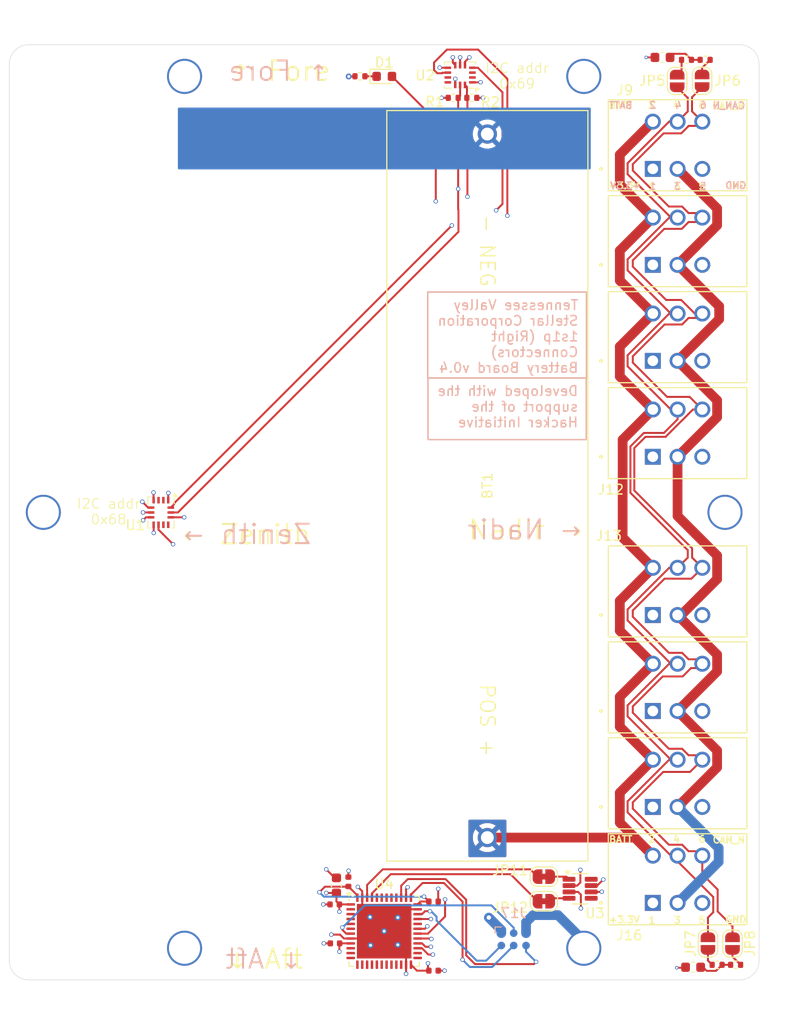
<source format=kicad_pcb>
(kicad_pcb (version 20221018) (generator pcbnew)
  (layers (0 "F.Cu" signal) (1 "In1.Cu" signal) (2 "In2.Cu" signal) (31 "B.Cu" signal) (34 "B.Paste" user) (35 "F.Paste" user) (36 "B.SilkS" user "B.Silkscreen") (37 "F.SilkS" user "F.Silkscreen") (38 "B.Mask" user) (39 "F.Mask" user) (44 "Edge.Cuts" user))
  (property "PCB_VERSION" "0.4")
  (net 0 "")
  (net 1 "BATT_MID")
  (net 2 "GND")
  (net 3 "+3.3V")
  (net 4 "Net-(C9-Pad1)")
  (net 5 "Net-(C10-Pad1)")
  (net 6 "CAN_P")
  (net 7 "CAN_N")
  (net 8 "Net-(D1-K)")
  (net 9 "SWDIO")
  (net 10 "NRST")
  (net 11 "SWCLK")
  (net 12 "TRACESWO")
  (net 13 "Net-(JP5-A)")
  (net 14 "Net-(JP6-B)")
  (net 15 "Net-(JP7-A)")
  (net 16 "Net-(JP8-B)")
  (net 17 "I2C1_SCL")
  (net 18 "I2C1_SDA")
  (net 21 "IMU1_INT1")
  (net 22 "IMU1_INT2")
  (net 25 "CAN1_RX")
  (net 26 "CAN1_TX")
  (net 29 "/MCU/DEBUG_LED_A")
  (net 32 "IMU2_INT1")
  (net 33 "IMU2_INT2")
  (net 62 "Net-(JP11-A)")
  (net 63 "Net-(JP12-A)")
  (footprint "Jumper:SolderJumper-2_P1.3mm_Bridged_RoundedPad1.0x1.5mm" (layer "F.Cu") (at 169.31 125.265 180)
    (fp_text reference "JP12")
    (fp_text value "SolderJumper_2_Bridged")
  )
  (footprint "Capacitor_SMD:C_0603_1608Metric" (layer "F.Cu") (at 184.635 132.04 180)
    (fp_text reference "C10" hide)
    (fp_text value "10u")
  )
  (footprint "footprints:TE_Connectivity_7-5530843-7" (layer "F.Cu") (at 183.04 103.31)
    (fp_text reference "J14" hide)
    (fp_text value "TE_Connectivity_7-5530843-7")
  )
  (footprint "Jumper:SolderJumper-2_P1.3mm_Open_RoundedPad1.0x1.5mm" (layer "F.Cu") (at 188.68 129.61 -90)
    (fp_text reference "JP8")
    (fp_text value "SolderJumper_2_Open")
  )
  (footprint "footprints:TE_Connectivity_7-5530843-7" (layer "F.Cu") (at 183.04 93.46)
    (fp_text reference "J13")
    (fp_text value "TE_Connectivity_7-5530843-7")
  )
  (footprint "footprints:TE_Connectivity_7-5530843-7" (layer "F.Cu") (at 183.04 77.21)
    (fp_text reference "J12")
    (fp_text value "TE_Connectivity_7-5530843-7")
  )
  (footprint "Jumper:SolderJumper-2_P1.3mm_Open_RoundedPad1.0x1.5mm" (layer "F.Cu") (at 183 41.06 -90)
    (fp_text reference "JP5")
    (fp_text value "SolderJumper_2_Open")
  )
  (footprint "Resistor_SMD:R_0402_1005Metric" (layer "F.Cu") (at 160 42.79)
    (fp_text reference "R1")
    (fp_text value "1k5")
  )
  (footprint "Resistor_SMD:R_0402_1005Metric" (layer "F.Cu") (at 183.96 38.89)
    (fp_text reference "R9" hide)
    (fp_text value "60")
  )
  (footprint "footprints:TE_Connectivity_7-5530843-7" (layer "F.Cu") (at 183.04 47.66)
    (fp_text reference "J9")
    (fp_text value "TE_Connectivity_7-5530843-7")
  )
  (footprint "footprints:Nondescript_C_0402_1005Metric" (layer "F.Cu") (at 157.98 125.29)
    (fp_text reference "C3" hide)
    (fp_text value "100n")
  )
  (footprint "footprints:BAT_1043" (layer "F.Cu") (at 163.505 82.62 -90)
    (fp_text reference "BT1")
    (fp_text value "Keystone_1043")
  )
  (footprint "footprints:Nondescript_C_0402_1005Metric" (layer "F.Cu") (at 157.98 132.39)
    (fp_text reference "C4" hide)
    (fp_text value "100n")
  )
  (footprint "Resistor_SMD:R_0402_1005Metric" (layer "F.Cu") (at 187.1 131.79)
    (fp_text reference "R11" hide)
    (fp_text value "60")
  )
  (footprint "footprints:TE_Connectivity_7-5530843-7" (layer "F.Cu") (at 183.04 113.16)
    (fp_text reference "J15" hide)
    (fp_text value "TE_Connectivity_7-5530843-7")
  )
  (footprint "footprints:Nondescript_C_0402_1005Metric" (layer "F.Cu") (at 147.83 125.59 180)
    (fp_text reference "C6" hide)
    (fp_text value "100n")
  )
  (footprint "Package_DFN_QFN:QFN-48-1EP_7x7mm_P0.5mm_EP5.6x5.6mm" (layer "F.Cu") (at 152.91 128.34)
    (fp_text reference "U4")
    (fp_text value "STM32L452CEU6")
  )
  (footprint "Capacitor_SMD:C_0603_1608Metric" (layer "F.Cu") (at 181.495 38.64 180)
    (fp_text reference "C9" hide)
    (fp_text value "10u")
  )
  (footprint "Package_TO_SOT_SMD:SOT-23-8" (layer "F.Cu") (at 173.0325 123.985)
    (fp_text reference "U3")
    (fp_text value "TCAN330")
  )
  (footprint "Jumper:SolderJumper-2_P1.3mm_Open_RoundedPad1.0x1.5mm" (layer "F.Cu") (at 186.16 129.61 90)
    (fp_text reference "JP7")
    (fp_text value "SolderJumper_2_Open")
  )
  (footprint "Resistor_SMD:R_0402_1005Metric" (layer "F.Cu") (at 189 131.79)
    (fp_text reference "R12" hide)
    (fp_text value "60")
  )
  (footprint "footprints:Interior_Side_Panel_PCB_Shape" (layer "F.Cu") (at 113.71 133.34)
    (fp_text reference "PCB1" hide)
    (fp_text value "~" hide)
    (fp_line (start 0.7 -94) (end 0.7 -2) (stroke (width 0.05)) (layer "Edge.Cuts"))
    (fp_line (start 2.7 -96) (end 75.7 -96) (stroke (width 0.05)) (layer "Edge.Cuts"))
    (fp_line (start 75.7 0) (end 2.7 0) (stroke (width 0.05)) (layer "Edge.Cuts"))
    (fp_line (start 77.7 -94) (end 77.7 -2) (stroke (width 0.05)) (layer "Edge.Cuts"))
    (fp_arc (start 0.7 -94) (mid 1.285786 -95.414214) (end 2.7 -96) (stroke (width 0.05)) (layer "Edge.Cuts"))
    (fp_arc (start 2.7 0) (mid 1.285786 -0.585786) (end 0.7 -2) (stroke (width 0.05)) (layer "Edge.Cuts"))
    (fp_arc (start 75.7 -96) (mid 77.114214 -95.414214) (end 77.7 -94) (stroke (width 0.05)) (layer "Edge.Cuts"))
    (fp_arc (start 77.7 -2) (mid 77.114214 -0.585786) (end 75.7 0) (stroke (width 0.05)) (layer "Edge.Cuts"))
  )
  (footprint "footprints:Nondescript_C_0603_1608Metric" (layer "F.Cu") (at 148.01 123.64 90)
    (fp_text reference "C1" hide)
    (fp_text value "10u")
  )
  (footprint "Resistor_SMD:R_0402_1005Metric" (layer "F.Cu") (at 185.87 38.89)
    (fp_text reference "R10" hide)
    (fp_text value "60")
  )
  (footprint "Package_LGA:Bosch_LGA-14_3x2.5mm_P0.5mm" (layer "F.Cu") (at 160.71 40.4525 180)
    (fp_text reference "U2")
    (fp_text value "BMI323")
  )
  (footprint "footprints:Nondescript_C_0402_1005Metric" (layer "F.Cu") (at 147.86 129.59 180)
    (fp_text reference "C5" hide)
    (fp_text value "100n")
  )
  (footprint "LED_SMD:LED_0603_1608Metric" (layer "F.Cu") (at 152.9225 40.59)
    (fp_text reference "D1")
    (fp_text value "Blue LED")
  )
  (footprint "footprints:TE_Connectivity_7-5530843-7" (layer "F.Cu") (at 183.04 123.01)
    (fp_text reference "J16")
    (fp_text value "TE_Connectivity_7-5530843-7")
  )
  (footprint "Resistor_SMD:R_0402_1005Metric" (layer "F.Cu") (at 161.91 42.79 180)
    (fp_text reference "R2")
    (fp_text value "1k5")
  )
  (footprint "Jumper:SolderJumper-2_P1.3mm_Open_RoundedPad1.0x1.5mm" (layer "F.Cu") (at 185.56 41.04 90)
    (fp_text reference "JP6")
    (fp_text value "SolderJumper_2_Open")
  )
  (footprint "footprints:TE_Connectivity_7-5530843-7" (layer "F.Cu") (at 183.04 67.36)
    (fp_text reference "J11" hide)
    (fp_text value "TE_Connectivity_7-5530843-7")
  )
  (footprint "footprints:Nondescript_C_0402_1005Metric" (layer "F.Cu") (at 149.235 123.265 90)
    (fp_text reference "C2" hide)
    (fp_text value "100n")
  )
  (footprint "Package_LGA:Bosch_LGA-14_3x2.5mm_P0.5mm" (layer "F.Cu") (at 129.9875 85.355 -90)
    (fp_text reference "U1")
    (fp_text value "BMI323")
  )
  (footprint "Jumper:SolderJumper-2_P1.3mm_Bridged_RoundedPad1.0x1.5mm" (layer "F.Cu") (at 169.31 122.74 180)
    (fp_text reference "JP11")
    (fp_text value "SolderJumper_2_Bridged")
  )
  (footprint "footprints:TE_Connectivity_7-5530843-7" (layer "F.Cu") (at 183.04 57.51)
    (fp_text reference "J10" hide)
    (fp_text value "TE_Connectivity_7-5530843-7")
  )
  (footprint "footprints:Nondescript_R_0402_1005Metric" (layer "F.Cu") (at 150.4225 40.58 180)
    (fp_text reference "R3" hide)
    (fp_text value "2.21k")
  )
  (footprint "Connector:Tag-Connect_TC2030-IDC-NL_2x03_P1.27mm_Vertical" (layer "B.Cu") (at 166.21 129.175)
    (fp_text reference "J17")
    (fp_text value "STLINK_TagConnect_6")
  )
  (gr_text "1" (at 180.484998 51.865) (layer "B.SilkS") (effects (font (size 0.7 0.7) (thickness 0.15) bold) (justify mirror)))
  (gr_text "4" (at 183.109998 43.565) (layer "B.SilkS") (effects (font (size 0.7 0.7) (thickness 0.15) bold) (justify mirror)))
  (gr_text "2" (at 180.484998 43.54) (layer "B.SilkS") (effects (font (size 0.7 0.7) (thickness 0.15) bold) (justify mirror)))
  (gr_text "GND" (at 187.86 51.79) (layer "B.SilkS") (effects (font (size 0.7 0.7) (thickness 0.15) bold) (justify right mirror)))
  (gr_text "Zenith →" (at 131.985 87.59) (layer "B.SilkS") (effects (font (size 2 2) (thickness 0.2)) (justify right mirror)))
  (gr_text "3" (at 183.034998 51.865) (layer "B.SilkS") (effects (font (size 0.7 0.7) (thickness 0.15) bold) (justify mirror)))
  (gr_text "← Nadir" (at 173.485 87.115) (layer "B.SilkS") (effects (font (size 2 2) (thickness 0.2)) (justify left mirror)))
  (gr_text "BATT\n" (at 178.485 43.565) (layer "B.SilkS") (effects (font (size 0.7 0.7) (thickness 0.15) bold) (justify left mirror)))
  (gr_text "+3.3V" (at 179.36 51.815) (layer "B.SilkS") (effects (font (size 0.7 0.7) (thickness 0.15) bold) (justify left mirror)))
  (gr_text "CAN_N" (at 186.56 43.59) (layer "B.SilkS") (effects (font (size 0.7 0.7) (thickness 0.15) bold) (justify right mirror)))
  (gr_text "5" (at 185.634998 51.865) (layer "B.SilkS") (effects (font (size 0.7 0.7) (thickness 0.15) bold) (justify mirror)))
  (gr_text "6" (at 185.659998 43.54) (layer "B.SilkS") (effects (font (size 0.7 0.7) (thickness 0.15) bold) (justify mirror)))
  (gr_text "3" (at 182.985 51.865) (layer "F.SilkS") (effects (font (size 0.7 0.7) (thickness 0.15) bold)))
  (gr_text "1" (at 180.41 127.215) (layer "F.SilkS") (effects (font (size 0.7 0.7) (thickness 0.15) bold)))
  (gr_text "+3.3V" (at 179.235 127.165) (layer "F.SilkS") (effects (font (size 0.7 0.7) (thickness 0.15) bold) (justify right)))
  (gr_text "5" (at 185.56 127.215) (layer "F.SilkS") (effects (font (size 0.7 0.7) (thickness 0.15) bold)))
  (gr_text "2" (at 180.385 118.89) (layer "F.SilkS") (effects (font (size 0.7 0.7) (thickness 0.15) bold)))
  (gr_text "← Zenith" (at 145.51 87.615) (layer "F.SilkS") (effects (font (size 2 2) (thickness 0.2)) (justify right)))
  (gr_text "1" (at 180.385 51.865) (layer "F.SilkS") (effects (font (size 0.7 0.7) (thickness 0.15) bold)))
  (gr_text "CAN_N" (at 186.535 43.615) (layer "F.SilkS") (effects (font (size 0.7 0.7) (thickness 0.15) bold) (justify left)))
  (gr_text "BATT" (at 178.485 118.915) (layer "F.SilkS") (effects (font (size 0.7 0.7) (thickness 0.15) bold) (justify right)))
  (gr_text "Nadir →" (at 161.41 87.14) (layer "F.SilkS") (effects (font (size 2 2) (thickness 0.2)) (justify left)))
  (gr_text "GND\n" (at 187.835 51.79) (layer "F.SilkS") (effects (font (size 0.7 0.7) (thickness 0.15) bold) (justify left)))
  (gr_text "4" (at 182.91 43.565) (layer "F.SilkS") (effects (font (size 0.7 0.7) (thickness 0.15) bold)))
  (gr_text "5" (at 185.535 51.865) (layer "F.SilkS") (effects (font (size 0.7 0.7) (thickness 0.15) bold)))
  (gr_text "+3.3V" (at 179.21 51.815) (layer "F.SilkS") (effects (font (size 0.7 0.7) (thickness 0.15) bold) (justify right)))
  (gr_text "I2C addr\n0x69" (at 166.56 40.54) (layer "F.SilkS") (effects (font (size 1 1) (thickness 0.1))))
  (gr_text "6" (at 185.56 118.89) (layer "F.SilkS") (effects (font (size 0.7 0.7) (thickness 0.15) bold)))
  (gr_text "CAN_N" (at 186.56 118.965) (layer "F.SilkS") (effects (font (size 0.7 0.7) (thickness 0.15) bold) (justify left)))
  (gr_text "BATT" (at 178.46 43.565) (layer "F.SilkS") (effects (font (size 0.7 0.7) (thickness 0.15) bold) (justify right)))
  (gr_text "2" (at 180.36 43.54) (layer "F.SilkS") (effects (font (size 0.7 0.7) (thickness 0.15) bold)))
  (gr_text "6" (at 185.535 43.54) (layer "F.SilkS") (effects (font (size 0.7 0.7) (thickness 0.15) bold)))
  (gr_text "4" (at 182.935 118.915) (layer "F.SilkS") (effects (font (size 0.7 0.7) (thickness 0.15) bold)))
  (gr_text "I2C addr\n0x68" (at 124.61 85.265) (layer "F.SilkS") (effects (font (size 1 1) (thickness 0.1))))
  (gr_text "3" (at 183.01 127.215) (layer "F.SilkS") (effects (font (size 0.7 0.7) (thickness 0.15) bold)))
  (gr_text "GND\n" (at 187.86 127.14) (layer "F.SilkS") (effects (font (size 0.7 0.7) (thickness 0.15) bold) (justify left)))
  (gr_text_box "Tennessee Valley Stellar Corporation\n1s1p (Right Connectors) Battery Board v${PCB_VERSION}\n" (start 157.384041 62.728459) (end 173.68596 71.5525) (layer "B.SilkS") (effects (font (size 1 1)) (justify left top mirror)) (stroke (width 0.15)))
  (gr_text_box "Developed with the support of the Hacker Initiative" (start 157.41 71.5525) (end 173.66 77.8775) (layer "B.SilkS") (effects (font (size 1 1)) (justify left top mirror)) (stroke (width 0.15)))
  (segment (start 177.3991 77.8852) (end 177.3991 87.9334) (width 1) (layer "F.Cu") (net 1))
  (segment (start 180.5 64.9343) (end 177.1091 68.3252) (width 1) (layer "F.Cu") (net 1))
  (segment (start 177.1091 68.3252) (end 177.1091 71.3934) (width 1) (layer "F.Cu") (net 1))
  (segment (start 177.3991 87.9334) (end 180.5 91.0343) (width 1) (layer "F.Cu") (net 1))
  (segment (start 177.1091 94.4252) (end 177.1091 97.4934) (width 1) (layer "F.Cu") (net 1))
  (segment (start 180.5 91.0343) (end 177.1091 94.4252) (width 1) (layer "F.Cu") (net 1))
  (segment (start 177.1091 48.6252) (end 177.1091 51.6934) (width 1) (layer "F.Cu") (net 1))
  (segment (start 177.1091 58.4752) (end 177.1091 61.5434) (width 1) (layer "F.Cu") (net 1))
  (segment (start 180.5 74.7843) (end 177.3991 77.8852) (width 1) (layer "F.Cu") (net 1))
  (segment (start 177.1091 51.6934) (end 180.5 55.0843) (width 1) (layer "F.Cu") (net 1))
  (segment (start 177.1091 71.3934) (end 180.5 74.7843) (width 1) (layer "F.Cu") (net 1))
  (segment (start 177.1091 117.1934) (end 180.5 120.5843) (width 1) (layer "F.Cu") (net 1))
  (segment (start 180.5 110.7343) (end 177.1091 114.1252) (width 1) (layer "F.Cu") (net 1))
  (segment (start 177.1091 104.2752) (end 177.1091 107.3434) (width 1) (layer "F.Cu") (net 1))
  (segment (start 180.5 45.2343) (end 177.1091 48.6252) (width 1) (layer "F.Cu") (net 1))
  (segment (start 163.505 118.73) (end 178.6457 118.73) (width 1) (layer "F.Cu") (net 1))
  (segment (start 178.6457 118.73) (end 180.5 120.5843) (width 1) (layer "F.Cu") (net 1))
  (segment (start 180.5 100.8843) (end 177.1091 104.2752) (width 1) (layer "F.Cu") (net 1))
  (segment (start 177.1091 97.4934) (end 180.5 100.8843) (width 1) (layer "F.Cu") (net 1))
  (segment (start 177.1091 61.5434) (end 180.5 64.9343) (width 1) (layer "F.Cu") (net 1))
  (segment (start 177.1091 114.1252) (end 177.1091 117.1934) (width 1) (layer "F.Cu") (net 1))
  (segment (start 180.5 55.0843) (end 177.1091 58.4752) (width 1) (layer "F.Cu") (net 1))
  (segment (start 177.1091 107.3434) (end 180.5 110.7343) (width 1) (layer "F.Cu") (net 1))
  (segment (start 159.96 39.19) (end 160.21 39.44) (width 0.2) (layer "F.Cu") (net 2))
  (segment (start 187.09915 101.67655) (end 183.04 105.7357) (width 1) (layer "F.Cu") (net 2))
  (segment (start 160.71 39.44) (end 160.71 38.64) (width 0.2) (layer "F.Cu") (net 2))
  (segment (start 147.38 129.59) (end 146.71 129.59) (width 0.2) (layer "F.Cu") (net 2))
  (segment (start 128.975 85.855) (end 128.45 85.855) (width 0.2) (layer "F.Cu") (net 2))
  (segment (start 150.66 124.9025) (end 150.66 125.99) (width 0.2) (layer "F.Cu") (net 2))
  (segment (start 130.7375 84.0925) (end 130.7375 83.3675) (width 0.2) (layer "F.Cu") (net 2))
  (segment (start 150.21 123.79) (end 150.66 124.24) (width 0.2) (layer "F.Cu") (net 2))
  (segment (start 179.82 38.64) (end 180.72 38.64) (width 0.2) (layer "F.Cu") (net 2))
  (segment (start 187.09915 111.52655) (end 183.04 115.5857) (width 1) (layer "F.Cu") (net 2))
  (segment (start 183.04 50.0857) (end 187.09915 54.14485) (width 1) (layer "F.Cu") (net 2))
  (segment (start 148.376134 128.69) (end 147.485 128.69) (width 0.2) (layer "F.Cu") (net 2))
  (segment (start 183.0557 59.9357) (end 187.31 64.19) (width 1) (layer "F.Cu") (net 2))
  (segment (start 173.06 123.34) (end 172.74 123.66) (width 0.2) (layer "F.Cu") (net 2))
  (segment (start 187.09915 109.79485) (end 187.09915 111.52655) (width 1) (layer "F.Cu") (net 2))
  (segment (start 128.975 85.355) (end 128.15 85.355) (width 0.2) (layer "F.Cu") (net 2))
  (segment (start 183.86 132.09) (end 182.96 132.09) (width 0.2) (layer "F.Cu") (net 2))
  (segment (start 148.776134 129.09) (end 148.376134 128.69) (width 0.2) (layer "F.Cu") (net 2))
  (segment (start 187.09915 99.94485) (end 187.09915 101.67655) (width 1) (layer "F.Cu") (net 2))
  (segment (start 149.4725 129.09) (end 148.776134 129.09) (width 0.2) (layer "F.Cu") (net 2))
  (segment (start 158.46 132.39) (end 159.11 132.39) (width 0.2) (layer "F.Cu") (net 2))
  (segment (start 147.835 122.865) (end 146.96 121.99) (width 0.2) (layer "F.Cu") (net 2))
  (segment (start 173.06 122.04) (end 173.06 123.34) (width 0.2) (layer "F.Cu") (net 2))
  (segment (start 183.04 95.8857) (end 187.09915 99.94485) (width 1) (layer "F.Cu") (net 2))
  (segment (start 187.31 65.5157) (end 183.04 69.7857) (width 1) (layer "F.Cu") (net 2))
  (segment (start 187.09915 73.84485) (end 183.04 69.7857) (width 1) (layer "F.Cu") (net 2))
  (segment (start 158.46 123.99) (end 158.46 125.29) (width 0.2) (layer "F.Cu") (net 2))
  (segment (start 187.09915 55.87655) (end 183.04 59.9357) (width 1) (layer "F.Cu") (net 2))
  (segment (start 149.235 122.785) (end 149.235 122.165) (width 0.2) (layer "F.Cu") (net 2))
  (segment (start 155.16 131.7775) (end 155.16 130.29) (width 0.2) (layer "F.Cu") (net 2))
  (segment (start 183.4143 95.8857) (end 183.04 95.8857) (width 1) (layer "F.Cu") (net 2))
  (segment (start 187.09915 92.20085) (end 183.4143 95.8857) (width 1) (layer "F.Cu") (net 2))
  (segment (start 187.31 64.19) (end 187.31 65.5157) (width 1) (layer "F.Cu") (net 2))
  (segment (start 128.45 85.855) (end 128.15 86.155) (width 0.2) (layer "F.Cu") (net 2))
  (segment (start 183.04 79.6357) (end 187.09915 75.57655) (width 1) (layer "F.Cu") (net 2))
  (segment (start 149.2725 40.6) (end 149.8925 40.6) (width 0.2) (layer "F.Cu") (net 2))
  (segment (start 183.04 79.6357) (end 183.04 85.72) (width 1) (layer "F.Cu") (net 2))
  (segment (start 149.235 122.165) (end 149.26 122.14) (width 0.2) (layer "F.Cu") (net 2))
  (segment (start 159.96 38.64) (end 159.96 39.19) (width 0.2) (layer "F.Cu") (net 2))
  (segment (start 183.04 105.7357) (end 187.09915 109.79485) (width 1) (layer "F.Cu") (net 2))
  (segment (start 187.09915 89.77915) (end 187.09915 92.20085) (width 1) (layer "F.Cu") (net 2))
  (segment (start 155.16 131.7775) (end 155.16 132.715) (width 0.2) (layer "F.Cu") (net 2))
  (segment (start 150.66 124.24) (end 150.66 124.9025) (width 0.2) (layer "F.Cu") (net 2))
  (segment (start 183.04 85.72) (end 187.09915 89.77915) (width 1) (layer "F.Cu") (net 2))
  (segment (start 172.74 123.66) (end 171.895 123.66) (width 0.2) (layer "F.Cu") (net 2))
  (segment (start 187.09915 54.14485) (end 187.09915 55.87655) (width 1) (layer "F.Cu") (net 2))
  (segment (start 187.09915 75.57655) (end 187.09915 73.84485) (width 1) (layer "F.Cu") (net 2))
  (segment (start 130.7375 83.3675) (end 130.75 83.355) (width 0.2) (layer "F.Cu") (net 2))
  (segment (start 147.35 125.59) (end 146.66 125.59) (width 0.2) (layer "F.Cu") (net 2))
  (segment (start 156.3475 126.09) (end 155.16 126.09) (width 0.2) (layer "F.Cu") (net 2))
  (segment (start 150.81 129.09) (end 149.4725 129.09) (width 0.2) (layer "F.Cu") (net 2))
  (via (at 158.46 123.99) (size 0.45) (drill 0.3) (layers "F.Cu" "B.Cu") (net 2))
  (via (at 159.11 132.39) (size 0.45) (drill 0.3) (layers "F.Cu" "B.Cu") (net 2))
  (via (at 147.485 128.69) (size 0.45) (drill 0.3) (layers "F.Cu" "B.Cu") (net 2))
  (via (at 182.96 132.09) (size 0.35) (drill 0.2) (layers "F.Cu" "B.Cu") (net 2))
  (via (at 159.96 38.64) (size 0.45) (drill 0.3) (layers "F.Cu" "B.Cu") (net 2))
  (via (at 155.16 132.715) (size 0.45) (drill 0.3) (layers "F.Cu" "B.Cu") (net 2))
  (via (at 160.71 38.64) (size 0.45) (drill 0.3) (layers "F.Cu" "B.Cu") (net 2))
  (via (at 146.96 121.99) (size 0.45) (drill 0.3) (layers "F.Cu" "B.Cu") (net 2))
  (via (at 146.71 129.59) (size 0.45) (drill 0.3) (layers "F.Cu" "B.Cu") (net 2))
  (via (at 149.2725 40.6) (size 0.6) (drill 0.3) (layers "F.Cu" "B.Cu") (net 2))
  (via (at 152.91 128.34) (size 0.6) (drill 0.3) (layers "F.Cu" "B.Cu") (net 2))
  (via (at 151.46 126.89) (size 0.6) (drill 0.3) (layers "F.Cu" "B.Cu") (net 2))
  (via (at 130.75 83.355) (size 0.45) (drill 0.3) (layers "F.Cu" "B.Cu") (net 2))
  (via (at 154.31 129.74) (size 0.6) (drill 0.3) (layers "F.Cu" "B.Cu") (net 2))
  (via (at 151.51 129.79) (size 0.6) (drill 0.3) (layers "F.Cu" "B.Cu") (net 2))
  (via (at 146.66 125.59) (size 0.45) (drill 0.3) (layers "F.Cu" "B.Cu") (net 2))
  (via (at 150.21 123.79) (size 0.45) (drill 0.3) (layers "F.Cu" "B.Cu") (net 2))
  (via (at 128.15 85.355) (size 0.45) (drill 0.3) (layers "F.Cu" "B.Cu") (net 2))
  (via (at 179.82 38.64) (size 0.35) (drill 0.2) (layers "F.Cu" "B.Cu") (net 2))
  (via (at 149.26 122.14) (size 0.45) (drill 0.3) (layers "F.Cu" "B.Cu") (net 2))
  (via (at 173.06 122.04) (size 0.45) (drill 0.3) (layers "F.Cu" "B.Cu") (net 2))
  (via (at 154.31 126.94) (size 0.6) (drill 0.3) (layers "F.Cu" "B.Cu") (net 2))
  (via (at 128.15 86.155) (size 0.45) (drill 0.3) (layers "F.Cu" "B.Cu") (net 2))
  (segment (start 167.48 128.54) (end 167.48 127.42) (width 1) (layer "B.Cu") (net 2))
  (segment (start 168.21 126.69) (end 170.76 126.69) (width 1) (layer "B.Cu") (net 2))
  (segment (start 187.26 119.8057) (end 187.26 121.2157) (width 1) (layer "B.Cu") (net 2))
  (segment (start 187.26 121.2157) (end 183.04 125.4357) (width 1) (layer "B.Cu") (net 2))
  (segment (start 167.48 127.42) (end 168.21 126.69) (width 1) (layer "B.Cu") (net 2))
  (segment (start 170.76 126.69) (end 173.41 129.34) (width 1) (layer "B.Cu") (net 2))
  (segment (start 183.04 115.5857) (end 187.26 119.8057) (width 1) (layer "B.Cu") (net 2))
  (segment (start 132.375 85.855) (end 131 85.855) (width 0.2) (layer "F.Cu") (net 3))
  (segment (start 161.21 39.09) (end 161.66 38.64) (width 0.2) (layer "F.Cu") (net 3))
  (segment (start 162.7975 41.2025) (end 162.81 41.19) (width 0.2) (layer "F.Cu") (net 3))
  (segment (start 148.01 125.29) (end 148.31 125.59) (width 0.2) (layer "F.Cu") (net 3))
  (segment (start 157.005 124.795) (end 157.5 125.29) (width 0.2) (layer "F.Cu") (net 3))
  (segment (start 148.34 129.59) (end 149.4725 129.59) (width 0.2) (layer "F.Cu") (net 3))
  (segment (start 158.6225 39.7025) (end 158.61 39.69) (width 0.2) (layer "F.Cu") (net 3))
  (segment (start 157.5 125.29) (end 156.6475 125.29) (width 0.2) (layer "F.Cu") (net 3))
  (segment (start 157.41 131.64) (end 157.41 132.3) (width 0.2) (layer "F.Cu") (net 3))
  (segment (start 161.9725 41.2025) (end 162.7975 41.2025) (width 0.2) (layer "F.Cu") (net 3))
  (segment (start 146.83 123.77) (end 149.21 123.77) (width 0.2) (layer "F.Cu") (net 3))
  (segment (start 172.83 124.31) (end 173.11 124.59) (width 0.2) (layer "F.Cu") (net 3))
  (segment (start 159.4475 39.7025) (end 158.6225 39.7025) (width 0.2) (layer "F.Cu") (net 3))
  (segment (start 173.11 124.59) (end 173.11 125.99) (width 0.2) (layer "F.Cu") (net 3))
  (segment (start 129.2375 87.4425) (end 129.25 87.455) (width 0.2) (layer "F.Cu") (net 3))
  (segment (start 148.31 130.44) (end 148.31 129.62) (width 0.2) (layer "F.Cu") (net 3))
  (segment (start 156.2725 132.39) (end 157.5 132.39) (width 0.2) (layer "F.Cu") (net 3))
  (segment (start 148.31 125.59) (end 149.4725 125.59) (width 0.2) (layer "F.Cu") (net 3))
  (segment (start 146.26 124.34) (end 146.83 123.77) (width 0.2) (layer "F.Cu") (net 3))
  (segment (start 128.675 84.855) (end 128.975 84.855) (width 0.2) (layer "F.Cu") (net 3))
  (segment (start 160.21 41.465) (end 160.21 40.84) (width 0.2) (layer "F.Cu") (net 3))
  (segment (start 162.42 42.79) (end 163.06 42.79) (width 0.2) (layer "F.Cu") (net 3))
  (segment (start 161.21 39.44) (end 161.21 39.09) (width 0.2) (layer "F.Cu") (net 3))
  (segment (start 159.49 42.79) (end 158.81 42.79) (width 0.2) (layer "F.Cu") (net 3))
  (segment (start 146.96 124.415) (end 148.01 124.415) (width 0.2) (layer "F.Cu") (net 3))
  (segment (start 155.66 131.7775) (end 156.2725 132.39) (width 0.2) (layer "F.Cu") (net 3))
  (segment (start 156.6475 125.29) (end 156.3475 125.59) (width 0.2) (layer "F.Cu") (net 3))
  (segment (start 148.31 126.34) (end 148.31 125.59) (width 0.2) (layer "F.Cu") (net 3))
  (segment (start 148.01 124.415) (end 148.01 125.29) (width 0.2) (layer "F.Cu") (net 3))
  (segment (start 128.075 84.255) (end 128.675 84.855) (width 0.2) (layer "F.Cu") (net 3))
  (segment (start 171.895 124.31) (end 172.83 124.31) (width 0.2) (layer "F.Cu") (net 3))
  (segment (start 149.235 123.745) (end 150.16 124.67) (width 0.2) (layer "F.Cu") (net 3))
  (segment (start 129.2375 86.6175) (end 129.2375 87.4425) (width 0.2) (layer "F.Cu") (net 3))
  (via (at 146.96 124.415) (size 0.45) (drill 0.3) (layers "F.Cu" "B.Cu") (net 3))
  (via (at 173.11 125.99) (size 0.45) (drill 0.3) (layers "F.Cu" "B.Cu") (net 3))
  (via (at 161.66 38.64) (size 0.45) (drill 0.3) (layers "F.Cu" "B.Cu") (net 3))
  (via (at 162.81 41.19) (size 0.45) (drill 0.3) (layers "F.Cu" "B.Cu") (net 3))
  (via (at 163.06 42.79) (size 0.45) (drill 0.3) (layers "F.Cu" "B.Cu") (net 3))
  (via (at 158.81 42.79) (size 0.45) (drill 0.3) (layers "F.Cu" "B.Cu") (net 3))
  (via (at 132.375 85.855) (size 0.45) (drill 0.3) (layers "F.Cu" "B.Cu") (net 3))
  (via (at 148.31 130.44) (size 0.45) (drill 0.3) (layers "F.Cu" "B.Cu") (net 3))
  (via (at 157.005 124.795) (size 0.45) (drill 0.3) (layers "F.Cu" "B.Cu") (net 3))
  (via (at 163.66 126.94) (size 0.6) (drill 0.45) (layers "F.Cu" "B.Cu") (net 3))
  (via (at 157.41 131.64) (size 0.45) (drill 0.3) (layers "F.Cu" "B.Cu") (net 3))
  (via (at 158.61 39.69) (size 0.45) (drill 0.3) (layers "F.Cu" "B.Cu") (net 3))
  (via (at 128.075 84.255) (size 0.45) (drill 0.3) (layers "F.Cu" "B.Cu") (net 3))
  (via (at 148.31 126.34) (size 0.45) (drill 0.3) (layers "F.Cu" "B.Cu") (net 3))
  (via (at 160.21 40.84) (size 0.45) (drill 0.3) (layers "F.Cu" "B.Cu") (net 3))
  (via (at 129.25 87.455) (size 0.45) (drill 0.3) (layers "F.Cu" "B.Cu") (net 3))
  (via (at 146.26 124.34) (size 0.45) (drill 0.3) (layers "F.Cu" "B.Cu") (net 3))
  (segment (start 146.26 124.34) (end 146.715 124.795) (width 0.2) (layer "B.Cu") (net 3))
  (segment (start 146.715 124.795) (end 157.005 124.795) (width 0.2) (layer "B.Cu") (net 3))
  (segment (start 164.94 128.54) (end 164.94 128.22) (width 1) (layer "B.Cu") (net 3))
  (segment (start 164.94 128.22) (end 163.66 126.94) (width 1) (layer "B.Cu") (net 3))
  (segment (start 182.64 38.27) (end 182.27 38.64) (width 0.2) (layer "F.Cu") (net 4))
  (segment (start 183.85 38.27) (end 182.64 38.27) (width 0.2) (layer "F.Cu") (net 4))
  (segment (start 184.47 38.89) (end 183.85 38.27) (width 0.2) (layer "F.Cu") (net 4))
  (segment (start 185.36 38.89) (end 184.47 38.89) (width 0.2) (layer "F.Cu") (net 4))
  (segment (start 186.03 132.41) (end 186.99 132.41) (width 0.2) (layer "F.Cu") (net 5))
  (segment (start 185.66 132.04) (end 186.03 132.41) (width 0.2) (layer "F.Cu") (net 5))
  (segment (start 188.49 131.79) (end 187.61 131.79) (width 0.2) (layer "F.Cu") (net 5))
  (segment (start 186.99 132.41) (end 187.61 131.79) (width 0.2) (layer "F.Cu") (net 5))
  (segment (start 177.9091 49.4984) (end 177.9091 50.633) (width 0.2) (layer "F.Cu") (net 6))
  (segment (start 177.9091 106.293) (end 182.3461 110.73) (width 0.2) (layer "F.Cu") (net 6))
  (segment (start 177.9091 95.3084) (end 177.9091 96.443) (width 0.2) (layer "F.Cu") (net 6))
  (segment (start 178.1991 78.574314) (end 178.1991 83.3373) (width 0.2) (layer "F.Cu") (net 6))
  (segment (start 183 41.71) (end 184.055 42.765) (width 0.2) (layer "F.Cu") (net 6))
  (segment (start 184.055 42.765) (end 184.085 42.765) (width 0.2) (layer "F.Cu") (net 6))
  (segment (start 183.04 55.09) (end 182.1875 55.09) (width 0.2) (layer "F.Cu") (net 6))
  (segment (start 183.04 45.2343) (end 184.085 44.1893) (width 0.2) (layer "F.Cu") (net 6))
  (segment (start 184.085 44.1893) (end 184.085 42.765) (width 0.2) (layer "F.Cu") (net 6))
  (segment (start 183.04 110.73) (end 182.1875 110.73) (width 0.2) (layer "F.Cu") (net 6))
  (segment (start 177.9091 69.2184) (end 177.9091 70.353) (width 0.2) (layer "F.Cu") (net 6))
  (segment (start 177.9091 96.443) (end 182.3461 100.88) (width 0.2) (layer "F.Cu") (net 6))
  (segment (start 175.41 123.04) (end 174.79 123.66) (width 0.2) (layer "F.Cu") (net 6))
  (segment (start 182.1875 91.03) (end 177.9091 95.3084) (width 0.2) (layer "F.Cu") (net 6))
  (segment (start 183.04 91.03) (end 182.1875 91.03) (width 0.2) (layer "F.Cu") (net 6))
  (segment (start 183.04 64.94) (end 182.1875 64.94) (width 0.2) (layer "F.Cu") (net 6))
  (segment (start 179.583414 77.19) (end 178.1991 78.574314) (width 0.2) (layer "F.Cu") (net 6))
  (segment (start 184.084999 89.989301) (end 183.04 91.0343) (width 0.2) (layer "F.Cu") (net 6))
  (segment (start 182.1875 100.88) (end 177.9091 105.1584) (width 0.2) (layer "F.Cu") (net 6))
  (segment (start 183.04 45.22) (end 182.1875 45.22) (width 0.2) (layer "F.Cu") (net 6))
  (segment (start 182.1875 110.73) (end 177.9091 115.0084) (width 0.2) (layer "F.Cu") (net 6))
  (segment (start 182.1875 45.22) (end 177.9091 49.4984) (width 0.2) (layer "F.Cu") (net 6))
  (segment (start 177.9091 60.503) (end 182.3461 64.94) (width 0.2) (layer "F.Cu") (net 6))
  (segment (start 182.1875 55.09) (end 177.9091 59.3684) (width 0.2) (layer "F.Cu") (net 6))
  (segment (start 184.084999 89.223199) (end 184.084999 89.989301) (width 0.2) (layer "F.Cu") (net 6))
  (segment (start 177.9091 116.143) (end 182.3461 120.58) (width 0.2) (layer "F.Cu") (net 6))
  (segment (start 177.9091 105.1584) (end 177.9091 106.293) (width 0.2) (layer "F.Cu") (net 6))
  (segment (start 183.04 121.17) (end 186.705 124.835) (width 0.2) (layer "F.Cu") (net 6))
  (segment (start 183.04 75.794314) (end 181.644314 77.19) (width 0.2) (layer "F.Cu") (net 6))
  (segment (start 174.79 123.66) (end 174.17 123.66) (width 0.2) (layer "F.Cu") (net 6))
  (segment (start 182.1875 64.94) (end 177.9091 69.2184) (width 0.2) (layer "F.Cu") (net 6))
  (segment (start 177.9091 115.0084) (end 177.9091 116.143) (width 0.2) (layer "F.Cu") (net 6))
  (segment (start 186.705 124.835) (end 186.705 126.395) (width 0.2) (layer "F.Cu") (net 6))
  (segment (start 183.04 100.88) (end 182.1875 100.88) (width 0.2) (layer "F.Cu") (net 6))
  (segment (start 177.9091 59.3684) (end 177.9091 60.503) (width 0.2) (layer "F.Cu") (net 6))
  (segment (start 177.9091 50.633) (end 182.3461 55.07) (width 0.2) (layer "F.Cu") (net 6))
  (segment (start 186.16 126.94) (end 186.16 128.96) (width 0.2) (layer "F.Cu") (net 6))
  (segment (start 181.644314 77.19) (end 179.583414 77.19) (width 0.2) (layer "F.Cu") (net 6))
  (segment (start 183.04 74.7843) (end 183.04 75.794314) (width 0.2) (layer "F.Cu") (net 6))
  (segment (start 177.9091 70.353) (end 182.3461 74.79) (width 0.2) (layer "F.Cu") (net 6))
  (segment (start 178.1991 83.3373) (end 184.084999 89.223199) (width 0.2) (layer "F.Cu") (net 6))
  (segment (start 186.705 126.395) (end 186.16 126.94) (width 0.2) (layer "F.Cu") (net 6))
  (via (at 175.41 123.04) (size 0.45) (drill 0.3) (layers "F.Cu" "B.Cu") (net 6))
  (segment (start 185.58 122.487903) (end 187.155 124.062903) (width 0.2) (layer "F.Cu") (net 7))
  (segment (start 185.58 120.5843) (end 185.58 122.487903) (width 0.2) (layer "F.Cu") (net 7))
  (segment (start 184.172718 110.28) (end 185.13 110.28) (width 0.2) (layer "F.Cu") (net 7))
  (segment (start 179.7491 77.59) (end 178.5991 78.74) (width 0.2) (layer "F.Cu") (net 7))
  (segment (start 184.172718 100.43) (end 185.13 100.43) (width 0.2) (layer "F.Cu") (net 7))
  (segment (start 182.572132 92.14915) (end 181.70475 92.14915) (width 0.2) (layer "F.Cu") (net 7))
  (segment (start 184.8043 64.9343) (end 183.41 63.54) (width 0.2) (layer "F.Cu") (net 7))
  (segment (start 181.5139 102.19) (end 178.4391 105.2648) (width 0.2) (layer "F.Cu") (net 7))
  (segment (start 183.503568 66.05915) (end 181.70475 66.05915) (width 0.2) (layer "F.Cu") (net 7))
  (segment (start 184.172718 55.54) (end 185.13 55.54) (width 0.2) (layer "F.Cu") (net 7))
  (segment (start 183.503568 75.90345) (end 183.49655 75.90345) (width 0.2) (layer "F.Cu") (net 7))
  (segment (start 185.13 101.33) (end 184.42 101.33) (width 0.2) (layer "F.Cu") (net 7))
  (segment (start 181.70475 66.05915) (end 178.4391 69.3248) (width 0.2) (layer "F.Cu") (net 7))
  (segment (start 183.417018 46.44) (end 181.6039 46.44) (width 0.2) (layer "F.Cu") (net 7))
  (segment (start 183.49655 75.90345) (end 181.81 77.59) (width 0.2) (layer "F.Cu") (net 7))
  (segment (start 178.4391 105.9088) (end 182.14115 109.61085) (width 0.2) (layer "F.Cu") (net 7))
  (segment (start 181.70475 92.14915) (end 178.4391 95.4148) (width 0.2) (layer "F.Cu") (net 7))
  (segment (start 178.5991 83.1009) (end 184.535001 89.036801) (width 0.2) (layer "F.Cu") (net 7))
  (segment (start 184.28 73.49) (end 185.13 74.34) (width 0.2) (layer "F.Cu") (net 7))
  (segment (start 184.42 101.33) (end 183.56 102.19) (width 0.2) (layer "F.Cu") (net 7))
  (segment (start 184.525001 44.179301) (end 185.58 45.2343) (width 0.2) (layer "F.Cu") (net 7))
  (segment (start 183.503568 99.76085) (end 184.172718 100.43) (width 0.2) (layer "F.Cu") (net 7))
  (segment (start 184.535001 89.989301) (end 185.58 91.0343) (width 0.2) (layer "F.Cu") (net 7))
  (segment (start 185.56 41.69) (end 184.525001 42.724999) (width 0.2) (layer "F.Cu") (net 7))
  (segment (start 181.5639 111.99) (end 178.4391 115.1148) (width 0.2) (layer "F.Cu") (net 7))
  (segment (start 183.472718 56.24) (end 184.172718 55.54) (width 0.2) (layer "F.Cu") (net 7))
  (segment (start 175.24 124.31) (end 174.17 124.31) (width 0.2) (layer "F.Cu") (net 7))
  (segment (start 183.41 63.54) (end 181.8603 63.54) (width 0.2) (layer "F.Cu") (net 7))
  (segment (start 187.155 126.309999) (end 188.68 127.834999) (width 0.2) (layer "F.Cu") (net 7))
  (segment (start 178.4391 50.2488) (end 182.14115 53.95085) (width 0.2) (layer "F.Cu") (net 7))
  (segment (start 178.4391 95.4148) (end 178.4391 96.0588) (width 0.2) (layer "F.Cu") (net 7))
  (segment (start 184.172718 65.39) (end 183.503568 66.05915) (width 0.2) (layer "F.Cu") (net 7))
  (segment (start 182.14115 109.61085) (end 183.503568 109.61085) (width 0.2) (layer "F.Cu") (net 7))
  (segment (start 178.4391 96.0588) (end 182.14115 99.76085) (width 0.2) (layer "F.Cu") (net 7))
  (segment (start 188.68 127.834999) (end 188.68 128.96) (width 0.2) (layer "F.Cu") (net 7))
  (segment (start 185.58 91.0343) (end 184.46085 92.15345) (width 0.2) (layer "F.Cu") (net 7))
  (segment (start 175.26 124.29) (end 175.24 124.31) (width 0.2) (layer "F.Cu") (net 7))
  (segment (start 183.56 102.19) (end 181.5139 102.19) (width 0.2) (layer "F.Cu") (net 7))
  (segment (start 182.14115 119.46085) (end 183.503568 119.46085) (width 0.2) (layer "F.Cu") (net 7))
  (segment (start 184.15915 45.683568) (end 184.15915 45.697868) (width 0.2) (layer "F.Cu") (net 7))
  (segment (start 181.9603 73.49) (end 184.28 73.49) (width 0.2) (layer "F.Cu") (net 7))
  (segment (start 182.14115 53.95085) (end 183.503568 53.95085) (width 0.2) (layer "F.Cu") (net 7))
  (segment (start 181.6039 46.44) (end 178.4391 49.6048) (width 0.2) (layer "F.Cu") (net 7))
  (segment (start 184.15915 75.247868) (end 183.503568 75.90345) (width 0.2) (layer "F.Cu") (net 7))
  (segment (start 184.172718 45.67) (end 184.15915 45.683568) (width 0.2) (layer "F.Cu") (net 7))
  (segment (start 178.4391 105.2648) (end 178.4391 105.9088) (width 0.2) (layer "F.Cu") (net 7))
  (segment (start 183.503568 53.95085) (end 184.172718 54.62) (width 0.2) (layer "F.Cu") (net 7))
  (segment (start 178.4391 69.9688) (end 181.9603 73.49) (width 0.2) (layer "F.Cu") (net 7))
  (segment (start 185.13 111.18) (end 184.32 111.99) (width 0.2) (layer "F.Cu") (net 7))
  (segment (start 184.525001 42.724999) (end 184.525001 44.179301) (width 0.2) (layer "F.Cu") (net 7))
  (segment (start 178.4391 60.1188) (end 178.4391 59.4748) (width 0.2) (layer "F.Cu") (net 7))
  (segment (start 184.15915 75.24085) (end 184.15915 75.247868) (width 0.2) (layer "F.Cu") (net 7))
  (segment (start 178.5991 78.74) (end 178.5991 83.1009) (width 0.2) (layer "F.Cu") (net 7))
  (segment (start 181.81 77.59) (end 179.7491 77.59) (width 0.2) (layer "F.Cu") (net 7))
  (segment (start 187.155 124.062903) (end 187.155 126.309999) (width 0.2) (layer "F.Cu") (net 7))
  (segment (start 184.6157 74.7843) (end 184.15915 75.24085) (width 0.2) (layer "F.Cu") (net 7))
  (segment (start 184.172718 120.13) (end 185.13 120.13) (width 0.2) (layer "F.Cu") (net 7))
  (segment (start 185.58 64.9343) (end 184.8043 64.9343) (width 0.2) (layer "F.Cu") (net 7))
  (segment (start 182.14115 99.76085) (end 183.503568 99.76085) (width 0.2) (layer "F.Cu") (net 7))
  (segment (start 178.4391 115.7588) (end 182.14115 119.46085) (width 0.2) (layer "F.Cu") (net 7))
  (segment (start 182.576432 92.15345) (end 182.572132 92.14915) (width 0.2) (layer "F.Cu") (net 7))
  (segment (start 178.4391 69.3248) (end 178.4391 69.9688) (width 0.2) (layer "F.Cu") (net 7))
  (segment (start 181.6739 56.24) (end 183.472718 56.24) (width 0.2) (layer "F.Cu") (net 7))
  (segment (start 183.503568 119.46085) (end 184.172718 120.13) (width 0.2) (layer "F.Cu") (net 7))
  (segment (start 185.13 65.39) (end 184.172718 65.39) (width 0.2) (layer "F.Cu") (net 7))
  (segment (start 181.8603 63.54) (end 178.4391 60.1188) (width 0.2) (layer "F.Cu") (net 7))
  (segment (start 178.4391 115.1148) (end 178.4391 115.7588) (width 0.2) (layer "F.Cu") (net 7))
  (segment (start 184.46085 92.15345) (end 182.576432 92.15345) (width 0.2) (layer "F.Cu") (net 7))
  (segment (start 178.4391 59.4748) (end 181.6739 56.24) (width 0.2) (layer "F.Cu") (net 7))
  (segment (start 185.13 45.67) (end 184.172718 45.67) (width 0.2) (layer "F.Cu") (net 7))
  (segment (start 185.58 74.7843) (end 184.6157 74.7843) (width 0.2) (layer "F.Cu") (net 7))
  (segment (start 184.15915 45.697868) (end 183.417018 46.44) (width 0.2) (layer "F.Cu") (net 7))
  (segment (start 184.172718 54.62) (end 185.13 54.62) (width 0.2) (layer "F.Cu") (net 7))
  (segment (start 184.535001 89.036801) (end 184.535001 89.989301) (width 0.2) (layer "F.Cu") (net 7))
  (segment (start 183.503568 109.61085) (end 184.172718 110.28) (width 0.2) (layer "F.Cu") (net 7))
  (segment (start 178.4391 49.6048) (end 178.4391 50.2488) (width 0.2) (layer "F.Cu") (net 7))
  (segment (start 184.32 111.99) (end 181.5639 111.99) (width 0.2) (layer "F.Cu") (net 7))
  (via (at 175.26 124.29) (size 0.45) (drill 0.3) (layers "F.Cu" "B.Cu") (net 7))
  (segment (start 150.9325 40.58) (end 152.125 40.58) (width 0.2) (layer "F.Cu") (net 8))
  (segment (start 157.61 126.29) (end 157.085 126.29) (width 0.2) (layer "F.Cu") (net 9))
  (segment (start 156.799386 126.59) (end 156.3475 126.59) (width 0.2) (layer "F.Cu") (net 9))
  (segment (start 157.085 126.304386) (end 156.799386 126.59) (width 0.2) (layer "F.Cu") (net 9))
  (segment (start 157.085 126.29) (end 157.085 126.304386) (width 0.2) (layer "F.Cu") (net 9))
  (via (at 157.61 126.29) (size 0.45) (drill 0.3) (layers "F.Cu" "B.Cu") (net 9))
  (segment (start 163.385 131.365) (end 164.94 129.81) (width 0.2) (layer "B.Cu") (net 9))
  (segment (start 162.41 131.365) (end 163.385 131.365) (width 0.2) (layer "B.Cu") (net 9))
  (segment (start 158.29 126.849756) (end 158.29 127.245) (width 0.2) (layer "B.Cu") (net 9))
  (segment (start 157.730244 126.29) (end 158.29 126.849756) (width 0.2) (layer "B.Cu") (net 9))
  (segment (start 157.61 126.29) (end 157.730244 126.29) (width 0.2) (layer "B.Cu") (net 9))
  (segment (start 158.29 127.245) (end 162.41 131.365) (width 0.2) (layer "B.Cu") (net 9))
  (segment (start 148.614154 128.194154) (end 149.01 128.59) (width 0.2) (layer "F.Cu") (net 10))
  (segment (start 149.01 128.59) (end 149.4725 128.59) (width 0.2) (layer "F.Cu") (net 10))
  (segment (start 148.614154 127.962063) (end 148.614154 128.194154) (width 0.2) (layer "F.Cu") (net 10))
  (via (at 148.614154 127.962063) (size 0.45) (drill 0.3) (layers "F.Cu" "B.Cu") (net 10))
  (segment (start 163.916775 125.69) (end 166.21 127.983225) (width 0.2) (layer "B.Cu") (net 10))
  (segment (start 148.637937 127.962063) (end 150.91 125.69) (width 0.2) (layer "B.Cu") (net 10))
  (segment (start 150.91 125.69) (end 163.916775 125.69) (width 0.2) (layer "B.Cu") (net 10))
  (segment (start 148.614154 127.962063) (end 148.637937 127.962063) (width 0.2) (layer "B.Cu") (net 10))
  (segment (start 166.21 127.983225) (end 166.21 128.54) (width 0.2) (layer "B.Cu") (net 10))
  (segment (start 156.86 123.39) (end 155.66 124.59) (width 0.2) (layer "F.Cu") (net 11))
  (segment (start 159.044314 123.39) (end 156.86 123.39) (width 0.2) (layer "F.Cu") (net 11))
  (segment (start 160.96 131.265) (end 160.96 125.305686) (width 0.2) (layer "F.Cu") (net 11))
  (segment (start 160.96 125.305686) (end 159.044314 123.39) (width 0.2) (layer "F.Cu") (net 11))
  (via (at 160.96 131.265) (size 0.45) (drill 0.3) (layers "F.Cu" "B.Cu") (net 11))
  (segment (start 160.96 131.265) (end 161.71 132.015) (width 0.2) (layer "B.Cu") (net 11))
  (segment (start 161.71 132.015) (end 164.005 132.015) (width 0.2) (layer "B.Cu") (net 11))
  (segment (start 164.005 132.015) (end 166.21 129.81) (width 0.2) (layer "B.Cu") (net 11))
  (segment (start 162.230244 131.715) (end 161.335 130.819756) (width 0.2) (layer "F.Cu") (net 12))
  (segment (start 168.51 131.49) (end 168.285 131.715) (width 0.2) (layer "F.Cu") (net 12))
  (segment (start 161.335 130.819756) (end 161.335 125.115) (width 0.2) (layer "F.Cu") (net 12))
  (segment (start 154.66 123.669756) (end 154.66 124.9025) (width 0.2) (layer "F.Cu") (net 12))
  (segment (start 161.335 125.115) (end 159.21 122.99) (width 0.2) (layer "F.Cu") (net 12))
  (segment (start 159.21 122.99) (end 155.339756 122.99) (width 0.2) (layer "F.Cu") (net 12))
  (segment (start 168.285 131.715) (end 162.230244 131.715) (width 0.2) (layer "F.Cu") (net 12))
  (segment (start 155.339756 122.99) (end 154.66 123.669756) (width 0.2) (layer "F.Cu") (net 12))
  (via (at 168.51 131.49) (size 0.45) (drill 0.3) (layers "F.Cu" "B.Cu") (net 12))
  (segment (start 168.51 131.49) (end 167.48 130.46) (width 0.2) (layer "B.Cu") (net 12))
  (segment (start 167.48 130.46) (end 167.48 129.81) (width 0.2) (layer "B.Cu") (net 12))
  (segment (start 183.45 38.89) (end 183.45 39.96) (width 0.2) (layer "F.Cu") (net 13))
  (segment (start 183.45 39.96) (end 183 40.41) (width 0.2) (layer "F.Cu") (net 13))
  (segment (start 185.56 40.39) (end 185.56 39.71) (width 0.2) (layer "F.Cu") (net 14))
  (segment (start 185.56 39.71) (end 186.38 38.89) (width 0.2) (layer "F.Cu") (net 14))
  (segment (start 186.16 130.26) (end 186.16 131.36) (width 0.2) (layer "F.Cu") (net 15))
  (segment (start 186.16 131.36) (end 186.59 131.79) (width 0.2) (layer "F.Cu") (net 15))
  (segment (start 188.68 130.26) (end 188.68 130.96) (width 0.2) (layer "F.Cu") (net 16))
  (segment (start 188.68 130.96) (end 189.51 131.79) (width 0.2) (layer "F.Cu") (net 16))
  (segment (start 160.54 54.299759) (end 160.54 56.54) (width 0.2) (layer "F.Cu") (net 17))
  (segment (start 160.71 42.59) (end 160.51 42.79) (width 0.2) (layer "F.Cu") (net 17))
  (segment (start 159.164332 125.082409) (end 159.164332 126.83468) (width 0.2) (layer "F.Cu") (net 17))
  (segment (start 160.51 54.269759) (end 160.54 54.299759) (width 0.2) (layer "F.Cu") (net 17))
  (segment (start 159.164332 126.83468) (end 157.409012 128.59) (width 0.2) (layer "F.Cu") (net 17))
  (segment (start 157.409012 128.59) (end 156.3475 128.59) (width 0.2) (layer "F.Cu") (net 17))
  (segment (start 160.51 52.14) (end 160.51 54.269759) (width 0.2) (layer "F.Cu") (net 17))
  (segment (start 160.71 41.465) (end 160.71 42.59) (width 0.2) (layer "F.Cu") (net 17))
  (segment (start 131.725 85.355) (end 131 85.355) (width 0.2) (layer "F.Cu") (net 17))
  (segment (start 160.51 52.14) (end 160.51 42.79) (width 0.2) (layer "F.Cu") (net 17))
  (segment (start 160.54 56.54) (end 131.725 85.355) (width 0.2) (layer "F.Cu") (net 17))
  (via (at 160.51 52.14) (size 0.45) (drill 0.3) (layers "F.Cu" "B.Cu") (net 17))
  (via (at 159.164332 125.082409) (size 0.45) (drill 0.3) (layers "F.Cu" "B.Cu") (net 17))
  (segment (start 161.46 52.94) (end 161.46 42.85) (width 0.2) (layer "F.Cu") (net 18))
  (segment (start 157.088768 128.09) (end 156.3475 128.09) (width 0.2) (layer "F.Cu") (net 18))
  (segment (start 131.33 84.525) (end 131 84.855) (width 0.2) (layer "F.Cu") (net 18))
  (segment (start 161.41 41.665) (end 161.41 42.78) (width 0.2) (layer "F.Cu") (net 18))
  (segment (start 131.33 84.42) (end 131.33 84.525) (width 0.2) (layer "F.Cu") (net 18))
  (segment (start 161.21 41.465) (end 161.41 41.665) (width 0.2) (layer "F.Cu") (net 18))
  (segment (start 157.338768 127.84) (end 157.088768 128.09) (width 0.2) (layer "F.Cu") (net 18))
  (segment (start 159.86 55.89) (end 131.33 84.42) (width 0.2) (layer "F.Cu") (net 18))
  (via (at 159.86 55.89) (size 0.45) (drill 0.3) (layers "F.Cu" "B.Cu") (net 18))
  (via (at 157.338768 127.84) (size 0.45) (drill 0.3) (layers "F.Cu" "B.Cu") (net 18))
  (via (at 161.46 52.94) (size 0.45) (drill 0.3) (layers "F.Cu" "B.Cu") (net 18))
  (segment (start 129.225 83.305) (end 129.225 84.08) (width 0.2) (layer "F.Cu") (net 21))
  (segment (start 157.71 129.09) (end 156.3475 129.09) (width 0.2) (layer "F.Cu") (net 21))
  (segment (start 157.76 129.14) (end 157.71 129.09) (width 0.2) (layer "F.Cu") (net 21))
  (via (at 157.76 129.14) (size 0.45) (drill 0.3) (layers "F.Cu" "B.Cu") (net 21))
  (via (at 129.225 83.305) (size 0.45) (drill 0.3) (layers "F.Cu" "B.Cu") (net 21))
  (segment (start 157.71 127.09) (end 156.3475 127.09) (width 0.2) (layer "F.Cu") (net 22))
  (segment (start 131.232622 88.617378) (end 129.7375 87.122256) (width 0.2) (layer "F.Cu") (net 22))
  (segment (start 129.7375 87.122256) (end 129.7375 86.6175) (width 0.2) (layer "F.Cu") (net 22))
  (via (at 157.71 127.09) (size 0.45) (drill 0.3) (layers "F.Cu" "B.Cu") (net 22))
  (via (at 131.232622 88.617378) (size 0.45) (drill 0.3) (layers "F.Cu" "B.Cu") (net 22))
  (segment (start 151.66 124.450614) (end 151.66 124.9025) (width 0.2) (layer "F.Cu") (net 25))
  (segment (start 152.86 123.215) (end 153.585 122.49) (width 0.2) (layer "F.Cu") (net 25))
  (segment (start 152.86 123.215) (end 152.86 123.250614) (width 0.2) (layer "F.Cu") (net 25))
  (segment (start 165.885 122.49) (end 168.66 125.265) (width 0.2) (layer "F.Cu") (net 25))
  (segment (start 152.86 123.250614) (end 151.66 124.450614) (width 0.2) (layer "F.Cu") (net 25))
  (segment (start 153.585 122.49) (end 165.885 122.49) (width 0.2) (layer "F.Cu") (net 25))
  (segment (start 167.91 121.99) (end 168.66 122.74) (width 0.2) (layer "F.Cu") (net 26))
  (segment (start 151.16 123.59) (end 152.76 121.99) (width 0.2) (layer "F.Cu") (net 26))
  (segment (start 152.76 121.99) (end 167.91 121.99) (width 0.2) (layer "F.Cu") (net 26))
  (segment (start 151.16 124.9025) (end 151.16 123.59) (width 0.2) (layer "F.Cu") (net 26))
  (segment (start 158.21 53.415) (end 158.21 45.09) (width 0.2) (layer "F.Cu") (net 29))
  (segment (start 155.16 123.99) (end 155.16 124.9025) (width 0.2) (layer "F.Cu") (net 29))
  (segment (start 158.21 45.09) (end 153.71 40.59) (width 0.2) (layer "F.Cu") (net 29))
  (segment (start 155.3225 123.8275) (end 155.16 123.99) (width 0.2) (layer "F.Cu") (net 29))
  (via (at 158.21 53.415) (size 0.45) (drill 0.3) (layers "F.Cu" "B.Cu") (net 29))
  (via (at 155.3225 123.8275) (size 0.45) (drill 0.3) (layers "F.Cu" "B.Cu") (net 29))
  (segment (start 157.16 129.94) (end 156.81 129.59) (width 0.2) (layer "F.Cu") (net 32))
  (segment (start 157.71 129.94) (end 157.16 129.94) (width 0.2) (layer "F.Cu") (net 32))
  (segment (start 165.06 42.2275) (end 162.535 39.7025) (width 0.2) (layer "F.Cu") (net 32))
  (segment (start 165.06 53.69) (end 165.06 42.2275) (width 0.2) (layer "F.Cu") (net 32))
  (segment (start 164.41 54.34) (end 165.06 53.69) (width 0.2) (layer "F.Cu") (net 32))
  (segment (start 156.81 129.59) (end 156.3475 129.59) (width 0.2) (layer "F.Cu") (net 32))
  (segment (start 162.535 39.7025) (end 161.9725 39.7025) (width 0.2) (layer "F.Cu") (net 32))
  (via (at 157.71 129.94) (size 0.45) (drill 0.3) (layers "F.Cu" "B.Cu") (net 32))
  (via (at 164.41 54.34) (size 0.45) (drill 0.3) (layers "F.Cu" "B.Cu") (net 32))
  (segment (start 165.56 54.89) (end 165.56 40.84) (width 0.2) (layer "F.Cu") (net 33))
  (segment (start 162.56 37.84) (end 159.36 37.84) (width 0.2) (layer "F.Cu") (net 33))
  (segment (start 157.449386 130.74) (end 156.799386 130.09) (width 0.2) (layer "F.Cu") (net 33))
  (segment (start 158.369756 40.27) (end 158.850244 40.27) (width 0.2) (layer "F.Cu") (net 33))
  (segment (start 158.03 39.930244) (end 158.369756 40.27) (width 0.2) (layer "F.Cu") (net 33))
  (segment (start 157.91 130.74) (end 157.449386 130.74) (width 0.2) (layer "F.Cu") (net 33))
  (segment (start 165.56 40.84) (end 162.56 37.84) (width 0.2) (layer "F.Cu") (net 33))
  (segment (start 158.905244 40.215) (end 159.435 40.215) (width 0.2) (layer "F.Cu") (net 33))
  (segment (start 158.03 39.17) (end 158.03 39.930244) (width 0.2) (layer "F.Cu") (net 33))
  (segment (start 156.799386 130.09) (end 156.3475 130.09) (width 0.2) (layer "F.Cu") (net 33))
  (segment (start 158.850244 40.27) (end 158.905244 40.215) (width 0.2) (layer "F.Cu") (net 33))
  (segment (start 159.36 37.84) (end 158.03 39.17) (width 0.2) (layer "F.Cu") (net 33))
  (via (at 165.56 54.89) (size 0.45) (drill 0.3) (layers "F.Cu" "B.Cu") (net 33))
  (via (at 157.91 130.74) (size 0.45) (drill 0.3) (layers "F.Cu" "B.Cu") (net 33))
  (segment (start 171.625 122.74) (end 171.895 123.01) (width 0.2) (layer "F.Cu") (net 62))
  (segment (start 169.96 122.74) (end 171.625 122.74) (width 0.2) (layer "F.Cu") (net 62))
  (segment (start 170.265 124.96) (end 171.895 124.96) (width 0.2) (layer "F.Cu") (net 63))
  (zone (net 1) (net_name "BATT_MID") (layers "F.Cu" "In1.Cu" "In2.Cu" "B.Cu") (priority 3) (connect_pads (clearance 0.5)) (min_thickness 0.25) (fill yes (thermal_gap 0.5) (thermal_bridge_width 0.5))
    (polygon (pts (xy 161.56 116.89) (xy 165.46 116.89) (xy 165.46 120.74) (xy 161.56 120.74)))
  )
  (zone (net 2) (net_name "GND") (layers "In1.Cu" "In2.Cu" "B.Cu") (priority 1) (connect_pads (clearance 0.5)) (min_thickness 0.25) (fill yes (thermal_gap 0.5) (thermal_bridge_width 0.5))
    (polygon (pts (xy 131.725 43.79) (xy 174.125 43.79) (xy 174.125 50.14) (xy 131.725 50.14)))
  )
)
</source>
